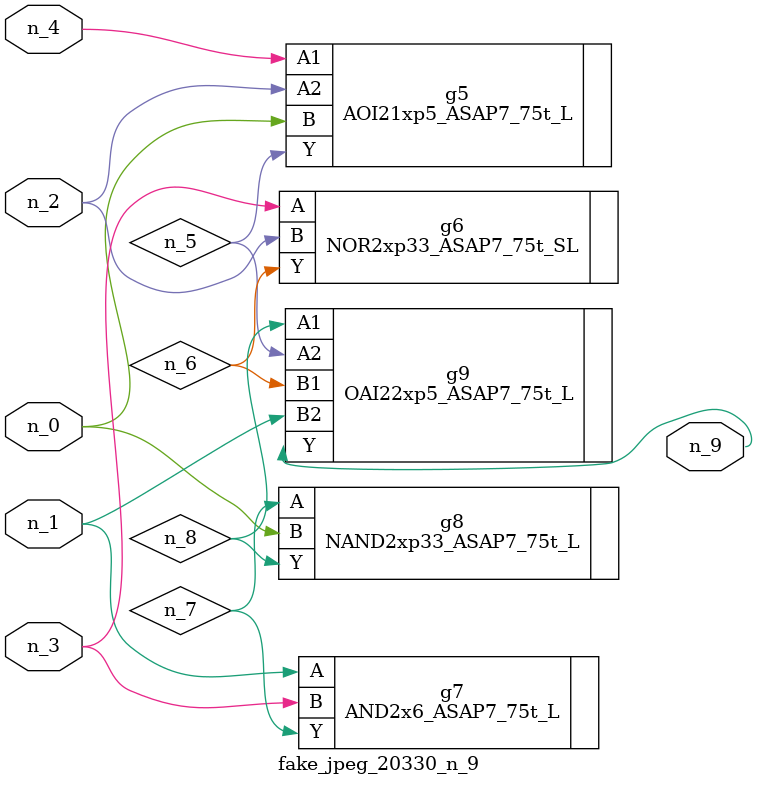
<source format=v>
module fake_jpeg_20330_n_9 (n_3, n_2, n_1, n_0, n_4, n_9);

input n_3;
input n_2;
input n_1;
input n_0;
input n_4;

output n_9;

wire n_8;
wire n_6;
wire n_5;
wire n_7;

AOI21xp5_ASAP7_75t_L g5 ( 
.A1(n_4),
.A2(n_2),
.B(n_0),
.Y(n_5)
);

NOR2xp33_ASAP7_75t_SL g6 ( 
.A(n_3),
.B(n_2),
.Y(n_6)
);

AND2x6_ASAP7_75t_L g7 ( 
.A(n_1),
.B(n_3),
.Y(n_7)
);

NAND2xp33_ASAP7_75t_L g8 ( 
.A(n_7),
.B(n_0),
.Y(n_8)
);

OAI22xp5_ASAP7_75t_L g9 ( 
.A1(n_8),
.A2(n_5),
.B1(n_6),
.B2(n_1),
.Y(n_9)
);


endmodule
</source>
